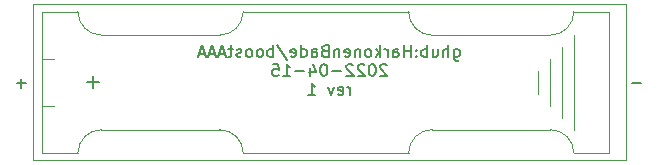
<source format=gbo>
G04 #@! TF.GenerationSoftware,KiCad,Pcbnew,6.0.4-6f826c9f35~116~ubuntu20.04.1*
G04 #@! TF.CreationDate,2022-05-04T20:07:56+01:00*
G04 #@! TF.ProjectId,boostAAA,626f6f73-7441-4414-912e-6b696361645f,rev?*
G04 #@! TF.SameCoordinates,Original*
G04 #@! TF.FileFunction,Legend,Bot*
G04 #@! TF.FilePolarity,Positive*
%FSLAX46Y46*%
G04 Gerber Fmt 4.6, Leading zero omitted, Abs format (unit mm)*
G04 Created by KiCad (PCBNEW 6.0.4-6f826c9f35~116~ubuntu20.04.1) date 2022-05-04 20:07:56*
%MOMM*%
%LPD*%
G01*
G04 APERTURE LIST*
%ADD10C,0.150000*%
%ADD11C,0.120000*%
G04 APERTURE END LIST*
D10*
X54500000Y-75000000D02*
X55500000Y-75000000D01*
X55000000Y-74500000D02*
X55000000Y-75500000D01*
X85547619Y-72175714D02*
X85547619Y-72985238D01*
X85595238Y-73080476D01*
X85642857Y-73128095D01*
X85738095Y-73175714D01*
X85880952Y-73175714D01*
X85976190Y-73128095D01*
X85547619Y-72794761D02*
X85642857Y-72842380D01*
X85833333Y-72842380D01*
X85928571Y-72794761D01*
X85976190Y-72747142D01*
X86023809Y-72651904D01*
X86023809Y-72366190D01*
X85976190Y-72270952D01*
X85928571Y-72223333D01*
X85833333Y-72175714D01*
X85642857Y-72175714D01*
X85547619Y-72223333D01*
X85071428Y-72842380D02*
X85071428Y-71842380D01*
X84642857Y-72842380D02*
X84642857Y-72318571D01*
X84690476Y-72223333D01*
X84785714Y-72175714D01*
X84928571Y-72175714D01*
X85023809Y-72223333D01*
X85071428Y-72270952D01*
X83738095Y-72175714D02*
X83738095Y-72842380D01*
X84166666Y-72175714D02*
X84166666Y-72699523D01*
X84119047Y-72794761D01*
X84023809Y-72842380D01*
X83880952Y-72842380D01*
X83785714Y-72794761D01*
X83738095Y-72747142D01*
X83261904Y-72842380D02*
X83261904Y-71842380D01*
X83261904Y-72223333D02*
X83166666Y-72175714D01*
X82976190Y-72175714D01*
X82880952Y-72223333D01*
X82833333Y-72270952D01*
X82785714Y-72366190D01*
X82785714Y-72651904D01*
X82833333Y-72747142D01*
X82880952Y-72794761D01*
X82976190Y-72842380D01*
X83166666Y-72842380D01*
X83261904Y-72794761D01*
X82357142Y-72747142D02*
X82309523Y-72794761D01*
X82357142Y-72842380D01*
X82404761Y-72794761D01*
X82357142Y-72747142D01*
X82357142Y-72842380D01*
X82357142Y-72223333D02*
X82309523Y-72270952D01*
X82357142Y-72318571D01*
X82404761Y-72270952D01*
X82357142Y-72223333D01*
X82357142Y-72318571D01*
X81880952Y-72842380D02*
X81880952Y-71842380D01*
X81880952Y-72318571D02*
X81309523Y-72318571D01*
X81309523Y-72842380D02*
X81309523Y-71842380D01*
X80404761Y-72842380D02*
X80404761Y-72318571D01*
X80452380Y-72223333D01*
X80547619Y-72175714D01*
X80738095Y-72175714D01*
X80833333Y-72223333D01*
X80404761Y-72794761D02*
X80500000Y-72842380D01*
X80738095Y-72842380D01*
X80833333Y-72794761D01*
X80880952Y-72699523D01*
X80880952Y-72604285D01*
X80833333Y-72509047D01*
X80738095Y-72461428D01*
X80500000Y-72461428D01*
X80404761Y-72413809D01*
X79928571Y-72842380D02*
X79928571Y-72175714D01*
X79928571Y-72366190D02*
X79880952Y-72270952D01*
X79833333Y-72223333D01*
X79738095Y-72175714D01*
X79642857Y-72175714D01*
X79309523Y-72842380D02*
X79309523Y-71842380D01*
X79214285Y-72461428D02*
X78928571Y-72842380D01*
X78928571Y-72175714D02*
X79309523Y-72556666D01*
X78357142Y-72842380D02*
X78452380Y-72794761D01*
X78500000Y-72747142D01*
X78547619Y-72651904D01*
X78547619Y-72366190D01*
X78500000Y-72270952D01*
X78452380Y-72223333D01*
X78357142Y-72175714D01*
X78214285Y-72175714D01*
X78119047Y-72223333D01*
X78071428Y-72270952D01*
X78023809Y-72366190D01*
X78023809Y-72651904D01*
X78071428Y-72747142D01*
X78119047Y-72794761D01*
X78214285Y-72842380D01*
X78357142Y-72842380D01*
X77595238Y-72175714D02*
X77595238Y-72842380D01*
X77595238Y-72270952D02*
X77547619Y-72223333D01*
X77452380Y-72175714D01*
X77309523Y-72175714D01*
X77214285Y-72223333D01*
X77166666Y-72318571D01*
X77166666Y-72842380D01*
X76309523Y-72794761D02*
X76404761Y-72842380D01*
X76595238Y-72842380D01*
X76690476Y-72794761D01*
X76738095Y-72699523D01*
X76738095Y-72318571D01*
X76690476Y-72223333D01*
X76595238Y-72175714D01*
X76404761Y-72175714D01*
X76309523Y-72223333D01*
X76261904Y-72318571D01*
X76261904Y-72413809D01*
X76738095Y-72509047D01*
X75833333Y-72175714D02*
X75833333Y-72842380D01*
X75833333Y-72270952D02*
X75785714Y-72223333D01*
X75690476Y-72175714D01*
X75547619Y-72175714D01*
X75452380Y-72223333D01*
X75404761Y-72318571D01*
X75404761Y-72842380D01*
X74595238Y-72318571D02*
X74452380Y-72366190D01*
X74404761Y-72413809D01*
X74357142Y-72509047D01*
X74357142Y-72651904D01*
X74404761Y-72747142D01*
X74452380Y-72794761D01*
X74547619Y-72842380D01*
X74928571Y-72842380D01*
X74928571Y-71842380D01*
X74595238Y-71842380D01*
X74500000Y-71890000D01*
X74452380Y-71937619D01*
X74404761Y-72032857D01*
X74404761Y-72128095D01*
X74452380Y-72223333D01*
X74500000Y-72270952D01*
X74595238Y-72318571D01*
X74928571Y-72318571D01*
X73500000Y-72842380D02*
X73500000Y-72318571D01*
X73547619Y-72223333D01*
X73642857Y-72175714D01*
X73833333Y-72175714D01*
X73928571Y-72223333D01*
X73500000Y-72794761D02*
X73595238Y-72842380D01*
X73833333Y-72842380D01*
X73928571Y-72794761D01*
X73976190Y-72699523D01*
X73976190Y-72604285D01*
X73928571Y-72509047D01*
X73833333Y-72461428D01*
X73595238Y-72461428D01*
X73500000Y-72413809D01*
X72595238Y-72842380D02*
X72595238Y-71842380D01*
X72595238Y-72794761D02*
X72690476Y-72842380D01*
X72880952Y-72842380D01*
X72976190Y-72794761D01*
X73023809Y-72747142D01*
X73071428Y-72651904D01*
X73071428Y-72366190D01*
X73023809Y-72270952D01*
X72976190Y-72223333D01*
X72880952Y-72175714D01*
X72690476Y-72175714D01*
X72595238Y-72223333D01*
X71738095Y-72794761D02*
X71833333Y-72842380D01*
X72023809Y-72842380D01*
X72119047Y-72794761D01*
X72166666Y-72699523D01*
X72166666Y-72318571D01*
X72119047Y-72223333D01*
X72023809Y-72175714D01*
X71833333Y-72175714D01*
X71738095Y-72223333D01*
X71690476Y-72318571D01*
X71690476Y-72413809D01*
X72166666Y-72509047D01*
X70547619Y-71794761D02*
X71404761Y-73080476D01*
X70214285Y-72842380D02*
X70214285Y-71842380D01*
X70214285Y-72223333D02*
X70119047Y-72175714D01*
X69928571Y-72175714D01*
X69833333Y-72223333D01*
X69785714Y-72270952D01*
X69738095Y-72366190D01*
X69738095Y-72651904D01*
X69785714Y-72747142D01*
X69833333Y-72794761D01*
X69928571Y-72842380D01*
X70119047Y-72842380D01*
X70214285Y-72794761D01*
X69166666Y-72842380D02*
X69261904Y-72794761D01*
X69309523Y-72747142D01*
X69357142Y-72651904D01*
X69357142Y-72366190D01*
X69309523Y-72270952D01*
X69261904Y-72223333D01*
X69166666Y-72175714D01*
X69023809Y-72175714D01*
X68928571Y-72223333D01*
X68880952Y-72270952D01*
X68833333Y-72366190D01*
X68833333Y-72651904D01*
X68880952Y-72747142D01*
X68928571Y-72794761D01*
X69023809Y-72842380D01*
X69166666Y-72842380D01*
X68261904Y-72842380D02*
X68357142Y-72794761D01*
X68404761Y-72747142D01*
X68452380Y-72651904D01*
X68452380Y-72366190D01*
X68404761Y-72270952D01*
X68357142Y-72223333D01*
X68261904Y-72175714D01*
X68119047Y-72175714D01*
X68023809Y-72223333D01*
X67976190Y-72270952D01*
X67928571Y-72366190D01*
X67928571Y-72651904D01*
X67976190Y-72747142D01*
X68023809Y-72794761D01*
X68119047Y-72842380D01*
X68261904Y-72842380D01*
X67547619Y-72794761D02*
X67452380Y-72842380D01*
X67261904Y-72842380D01*
X67166666Y-72794761D01*
X67119047Y-72699523D01*
X67119047Y-72651904D01*
X67166666Y-72556666D01*
X67261904Y-72509047D01*
X67404761Y-72509047D01*
X67500000Y-72461428D01*
X67547619Y-72366190D01*
X67547619Y-72318571D01*
X67500000Y-72223333D01*
X67404761Y-72175714D01*
X67261904Y-72175714D01*
X67166666Y-72223333D01*
X66833333Y-72175714D02*
X66452380Y-72175714D01*
X66690476Y-71842380D02*
X66690476Y-72699523D01*
X66642857Y-72794761D01*
X66547619Y-72842380D01*
X66452380Y-72842380D01*
X66166666Y-72556666D02*
X65690476Y-72556666D01*
X66261904Y-72842380D02*
X65928571Y-71842380D01*
X65595238Y-72842380D01*
X65309523Y-72556666D02*
X64833333Y-72556666D01*
X65404761Y-72842380D02*
X65071428Y-71842380D01*
X64738095Y-72842380D01*
X64452380Y-72556666D02*
X63976190Y-72556666D01*
X64547619Y-72842380D02*
X64214285Y-71842380D01*
X63880952Y-72842380D01*
X79857142Y-73547619D02*
X79809523Y-73500000D01*
X79714285Y-73452380D01*
X79476190Y-73452380D01*
X79380952Y-73500000D01*
X79333333Y-73547619D01*
X79285714Y-73642857D01*
X79285714Y-73738095D01*
X79333333Y-73880952D01*
X79904761Y-74452380D01*
X79285714Y-74452380D01*
X78666666Y-73452380D02*
X78571428Y-73452380D01*
X78476190Y-73500000D01*
X78428571Y-73547619D01*
X78380952Y-73642857D01*
X78333333Y-73833333D01*
X78333333Y-74071428D01*
X78380952Y-74261904D01*
X78428571Y-74357142D01*
X78476190Y-74404761D01*
X78571428Y-74452380D01*
X78666666Y-74452380D01*
X78761904Y-74404761D01*
X78809523Y-74357142D01*
X78857142Y-74261904D01*
X78904761Y-74071428D01*
X78904761Y-73833333D01*
X78857142Y-73642857D01*
X78809523Y-73547619D01*
X78761904Y-73500000D01*
X78666666Y-73452380D01*
X77952380Y-73547619D02*
X77904761Y-73500000D01*
X77809523Y-73452380D01*
X77571428Y-73452380D01*
X77476190Y-73500000D01*
X77428571Y-73547619D01*
X77380952Y-73642857D01*
X77380952Y-73738095D01*
X77428571Y-73880952D01*
X78000000Y-74452380D01*
X77380952Y-74452380D01*
X77000000Y-73547619D02*
X76952380Y-73500000D01*
X76857142Y-73452380D01*
X76619047Y-73452380D01*
X76523809Y-73500000D01*
X76476190Y-73547619D01*
X76428571Y-73642857D01*
X76428571Y-73738095D01*
X76476190Y-73880952D01*
X77047619Y-74452380D01*
X76428571Y-74452380D01*
X76000000Y-74071428D02*
X75238095Y-74071428D01*
X74571428Y-73452380D02*
X74476190Y-73452380D01*
X74380952Y-73500000D01*
X74333333Y-73547619D01*
X74285714Y-73642857D01*
X74238095Y-73833333D01*
X74238095Y-74071428D01*
X74285714Y-74261904D01*
X74333333Y-74357142D01*
X74380952Y-74404761D01*
X74476190Y-74452380D01*
X74571428Y-74452380D01*
X74666666Y-74404761D01*
X74714285Y-74357142D01*
X74761904Y-74261904D01*
X74809523Y-74071428D01*
X74809523Y-73833333D01*
X74761904Y-73642857D01*
X74714285Y-73547619D01*
X74666666Y-73500000D01*
X74571428Y-73452380D01*
X73380952Y-73785714D02*
X73380952Y-74452380D01*
X73619047Y-73404761D02*
X73857142Y-74119047D01*
X73238095Y-74119047D01*
X72857142Y-74071428D02*
X72095238Y-74071428D01*
X71095238Y-74452380D02*
X71666666Y-74452380D01*
X71380952Y-74452380D02*
X71380952Y-73452380D01*
X71476190Y-73595238D01*
X71571428Y-73690476D01*
X71666666Y-73738095D01*
X70190476Y-73452380D02*
X70666666Y-73452380D01*
X70714285Y-73928571D01*
X70666666Y-73880952D01*
X70571428Y-73833333D01*
X70333333Y-73833333D01*
X70238095Y-73880952D01*
X70190476Y-73928571D01*
X70142857Y-74023809D01*
X70142857Y-74261904D01*
X70190476Y-74357142D01*
X70238095Y-74404761D01*
X70333333Y-74452380D01*
X70571428Y-74452380D01*
X70666666Y-74404761D01*
X70714285Y-74357142D01*
X76738095Y-76062380D02*
X76738095Y-75395714D01*
X76738095Y-75586190D02*
X76690476Y-75490952D01*
X76642857Y-75443333D01*
X76547619Y-75395714D01*
X76452380Y-75395714D01*
X75738095Y-76014761D02*
X75833333Y-76062380D01*
X76023809Y-76062380D01*
X76119047Y-76014761D01*
X76166666Y-75919523D01*
X76166666Y-75538571D01*
X76119047Y-75443333D01*
X76023809Y-75395714D01*
X75833333Y-75395714D01*
X75738095Y-75443333D01*
X75690476Y-75538571D01*
X75690476Y-75633809D01*
X76166666Y-75729047D01*
X75357142Y-75395714D02*
X75119047Y-76062380D01*
X74880952Y-75395714D01*
X73214285Y-76062380D02*
X73785714Y-76062380D01*
X73500000Y-76062380D02*
X73500000Y-75062380D01*
X73595238Y-75205238D01*
X73690476Y-75300476D01*
X73785714Y-75348095D01*
G04 #@! TO.C,BT1*
X101340952Y-75071428D02*
X100579047Y-75071428D01*
X49270952Y-75071428D02*
X48509047Y-75071428D01*
X48890000Y-75452380D02*
X48890000Y-74690476D01*
D11*
X94700000Y-72000000D02*
X94700000Y-78000000D01*
X81700000Y-81000000D02*
X67700000Y-81000000D01*
X50700000Y-69000000D02*
X53700000Y-69000000D01*
X95700000Y-79000000D02*
X95700000Y-71000000D01*
X51700000Y-73000000D02*
X50700000Y-73000000D01*
X93700000Y-71000000D02*
X83700000Y-71000000D01*
X98700000Y-81000000D02*
X98700000Y-69000000D01*
X98700000Y-69000000D02*
X95700000Y-69000000D01*
X55700000Y-79000000D02*
X65700000Y-79000000D01*
X49900000Y-68400000D02*
X100100000Y-68400000D01*
X100100000Y-68400000D02*
X100100000Y-81600000D01*
X50700000Y-81000000D02*
X50700000Y-69000000D01*
X100100000Y-81600000D02*
X49900000Y-81600000D01*
X93700000Y-77000000D02*
X93700000Y-73000000D01*
X55700000Y-71000000D02*
X65700000Y-71000000D01*
X98700000Y-81000000D02*
X95700000Y-81000000D01*
X49900000Y-81600000D02*
X49900000Y-68400000D01*
X93700000Y-79000000D02*
X83700000Y-79000000D01*
X67700000Y-69000000D02*
X81700000Y-69000000D01*
X50700000Y-81000000D02*
X53700000Y-81000000D01*
X92700000Y-76000000D02*
X92700000Y-74000000D01*
X50700000Y-77000000D02*
X51700000Y-77000000D01*
X55700000Y-79000000D02*
G75*
G03*
X53700000Y-81000000I0J-2000000D01*
G01*
X83700000Y-79000000D02*
G75*
G03*
X81700000Y-81000000I0J-2000000D01*
G01*
X65700000Y-71000000D02*
G75*
G03*
X67700000Y-69000000I0J2000000D01*
G01*
X95700000Y-81000000D02*
G75*
G03*
X93700000Y-79000000I-2000000J0D01*
G01*
X67700000Y-81000000D02*
G75*
G03*
X65700000Y-79000000I-2000000J0D01*
G01*
X93700000Y-71000000D02*
G75*
G03*
X95700000Y-69000000I0J2000000D01*
G01*
X53700000Y-69000000D02*
G75*
G03*
X55700000Y-71000000I2000000J0D01*
G01*
X81700000Y-69000000D02*
G75*
G03*
X83700000Y-71000000I2000000J0D01*
G01*
G04 #@! TD*
M02*

</source>
